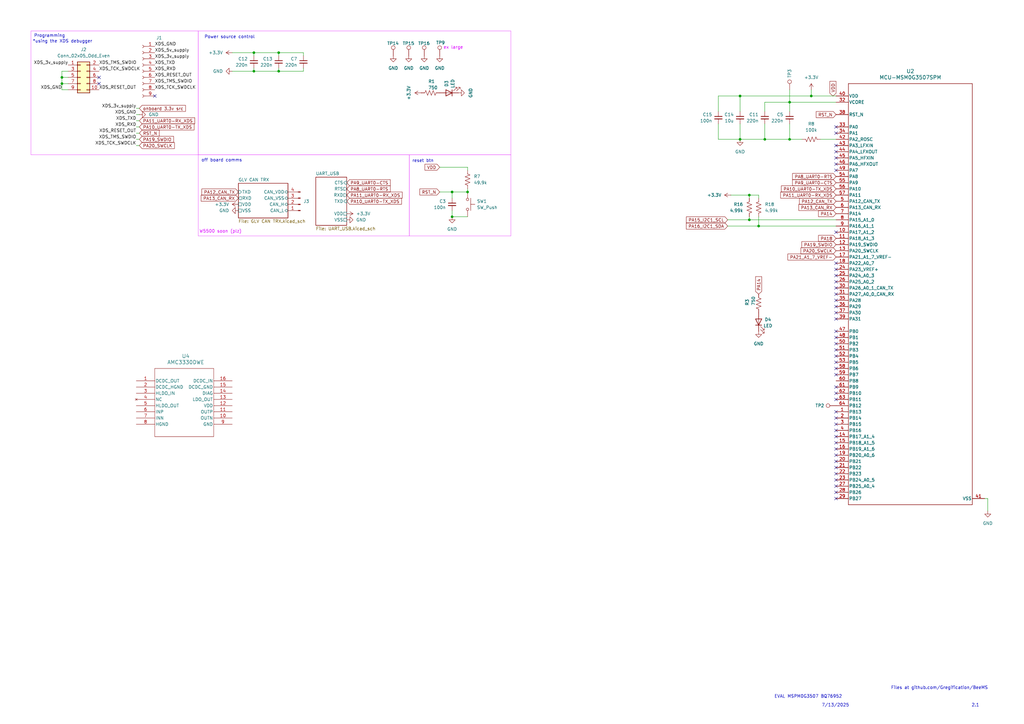
<source format=kicad_sch>
(kicad_sch (version 20250114) (generator "eeschema") (generator_version "9.0")
  (paper "A3")
  (lib_symbols
    (symbol "Connector:Conn_01x04_Pin" (pin_names (offset 1.016) (hide yes))
      (property "Reference" "J" (at 0 5.08 0))
      (property "Value" "Conn_01x04_Pin" (at 0 -7.62 0))
      (symbol "Conn_01x04_Pin_1_1"
        (rectangle (start 0.8636 2.667) (end 0 2.413) (stroke (width 0.1524)) (fill (type outline)))
        (rectangle (start 0.8636 0.127) (end 0 -0.127) (stroke (width 0.1524)) (fill (type outline)))
        (rectangle (start 0.8636 -2.413) (end 0 -2.667) (stroke (width 0.1524)) (fill (type outline)))
        (rectangle (start 0.8636 -4.953) (end 0 -5.207) (stroke (width 0.1524)) (fill (type outline)))
        (polyline (pts (xy 1.27 2.54) (xy 0.8636 2.54)) (stroke (width 0.1524)))
        (polyline (pts (xy 1.27 0) (xy 0.8636 0)) (stroke (width 0.1524)))
        (polyline (pts (xy 1.27 -2.54) (xy 0.8636 -2.54)) (stroke (width 0.1524)))
        (polyline (pts (xy 1.27 -5.08) (xy 0.8636 -5.08)) (stroke (width 0.1524)))
        (pin passive line (at 5.08 2.54 180) (length 3.81) (name "Pin_1") (number "1"))
        (pin passive line (at 5.08 0 180) (length 3.81) (name "Pin_2") (number "2"))
        (pin passive line (at 5.08 -2.54 180) (length 3.81) (name "Pin_3") (number "3"))
        (pin passive line (at 5.08 -5.08 180) (length 3.81) (name "Pin_4") (number "4"))
      )
    )
    (symbol "Connector:Conn_01x09_Socket" (pin_names (offset 1.016) (hide yes))
      (property "Reference" "J" (at 0 12.7 0))
      (property "Value" "Conn_01x09_Socket" (at 0 -12.7 0))
      (symbol "Conn_01x09_Socket_1_1"
        (polyline (pts (xy -1.27 10.16) (xy -0.508 10.16)) (stroke (width 0.1524)))
        (polyline (pts (xy -1.27 7.62) (xy -0.508 7.62)) (stroke (width 0.1524)))
        (polyline (pts (xy -1.27 5.08) (xy -0.508 5.08)) (stroke (width 0.1524)))
        (polyline (pts (xy -1.27 2.54) (xy -0.508 2.54)) (stroke (width 0.1524)))
        (polyline (pts (xy -1.27 0) (xy -0.508 0)) (stroke (width 0.1524)))
        (polyline (pts (xy -1.27 -2.54) (xy -0.508 -2.54)) (stroke (width 0.1524)))
        (polyline (pts (xy -1.27 -5.08) (xy -0.508 -5.08)) (stroke (width 0.1524)))
        (polyline (pts (xy -1.27 -7.62) (xy -0.508 -7.62)) (stroke (width 0.1524)))
        (polyline (pts (xy -1.27 -10.16) (xy -0.508 -10.16)) (stroke (width 0.1524)))
        (arc (start 0 9.652) (mid -0.5058 10.16) (end 0 10.668) (stroke (width 0.1524)))
        (arc (start 0 7.112) (mid -0.5058 7.62) (end 0 8.128) (stroke (width 0.1524)))
        (arc (start 0 4.572) (mid -0.5058 5.08) (end 0 5.588) (stroke (width 0.1524)))
        (arc (start 0 2.032) (mid -0.5058 2.54) (end 0 3.048) (stroke (width 0.1524)))
        (arc (start 0 -0.508) (mid -0.5058 0) (end 0 0.508) (stroke (width 0.1524)))
        (arc (start 0 -3.048) (mid -0.5058 -2.54) (end 0 -2.032) (stroke (width 0.1524)))
        (arc (start 0 -5.588) (mid -0.5058 -5.08) (end 0 -4.572) (stroke (width 0.1524)))
        (arc (start 0 -8.128) (mid -0.5058 -7.62) (end 0 -7.112) (stroke (width 0.1524)))
        (arc (start 0 -10.668) (mid -0.5058 -10.16) (end 0 -9.652) (stroke (width 0.1524)))
        (pin passive line (at -5.08 10.16 0) (length 3.81) (name "Pin_1") (number "1"))
        (pin passive line (at -5.08 7.62 0) (length 3.81) (name "Pin_2") (number "2"))
        (pin passive line (at -5.08 5.08 0) (length 3.81) (name "Pin_3") (number "3"))
        (pin passive line (at -5.08 2.54 0) (length 3.81) (name "Pin_4") (number "4"))
        (pin passive line (at -5.08 0 0) (length 3.81) (name "Pin_5") (number "5"))
        (pin passive line (at -5.08 -2.54 0) (length 3.81) (name "Pin_6") (number "6"))
        (pin passive line (at -5.08 -5.08 0) (length 3.81) (name "Pin_7") (number "7"))
        (pin passive line (at -5.08 -7.62 0) (length 3.81) (name "Pin_8") (number "8"))
        (pin passive line (at -5.08 -10.16 0) (length 3.81) (name "Pin_9") (number "9"))
      )
    )
    (symbol "Connector:TestPoint" (pin_numbers (hide yes)) (pin_names (offset 0.762) (hide yes))
      (property "Reference" "TP" (at 0 6.858 0))
      (property "Value" "TestPoint" (at 0 5.08 0))
      (symbol "TestPoint_0_1"
        (circle (center 0 3.302) (radius 0.762))
      )
      (symbol "TestPoint_1_1"
        (pin passive line (at 0 0 90) (length 2.54) (name "1") (number "1"))
      )
    )
    (symbol "Connector_Generic:Conn_02x05_Odd_Even" (pin_names (offset 1.016) (hide yes))
      (property "Reference" "J" (at 1.27 7.62 0))
      (property "Value" "Conn_02x05_Odd_Even" (at 1.27 -7.62 0))
      (symbol "Conn_02x05_Odd_Even_1_1"
        (rectangle (start -1.27 6.35) (end 3.81 -6.35) (stroke (width 0.254)) (fill (type background)))
        (rectangle (start -1.27 5.207) (end 0 4.953) (stroke (width 0.1524)))
        (rectangle (start -1.27 2.667) (end 0 2.413) (stroke (width 0.1524)))
        (rectangle (start -1.27 0.127) (end 0 -0.127) (stroke (width 0.1524)))
        (rectangle (start -1.27 -2.413) (end 0 -2.667) (stroke (width 0.1524)))
        (rectangle (start -1.27 -4.953) (end 0 -5.207) (stroke (width 0.1524)))
        (rectangle (start 3.81 5.207) (end 2.54 4.953) (stroke (width 0.1524)))
        (rectangle (start 3.81 2.667) (end 2.54 2.413) (stroke (width 0.1524)))
        (rectangle (start 3.81 0.127) (end 2.54 -0.127) (stroke (width 0.1524)))
        (rectangle (start 3.81 -2.413) (end 2.54 -2.667) (stroke (width 0.1524)))
        (rectangle (start 3.81 -4.953) (end 2.54 -5.207) (stroke (width 0.1524)))
        (pin passive line (at -5.08 5.08 0) (length 3.81) (name "Pin_1") (number "1"))
        (pin passive line (at -5.08 2.54 0) (length 3.81) (name "Pin_3") (number "3"))
        (pin passive line (at -5.08 0 0) (length 3.81) (name "Pin_5") (number "5"))
        (pin passive line (at -5.08 -2.54 0) (length 3.81) (name "Pin_7") (number "7"))
        (pin passive line (at -5.08 -5.08 0) (length 3.81) (name "Pin_9") (number "9"))
        (pin passive line (at 7.62 5.08 180) (length 3.81) (name "Pin_2") (number "2"))
        (pin passive line (at 7.62 2.54 180) (length 3.81) (name "Pin_4") (number "4"))
        (pin passive line (at 7.62 0 180) (length 3.81) (name "Pin_6") (number "6"))
        (pin passive line (at 7.62 -2.54 180) (length 3.81) (name "Pin_8") (number "8"))
        (pin passive line (at 7.62 -5.08 180) (length 3.81) (name "Pin_10") (number "10"))
      )
    )
    (symbol "Device:C_Small" (pin_numbers (hide yes)) (pin_names (offset 0.254) (hide yes))
      (property "Reference" "C" (at 0.254 1.778 0))
      (property "Value" "C_Small" (at 0.254 -2.032 0))
      (symbol "C_Small_0_1"
        (polyline (pts (xy -1.524 0.508) (xy 1.524 0.508)) (stroke (width 0.3048)))
        (polyline (pts (xy -1.524 -0.508) (xy 1.524 -0.508)) (stroke (width 0.3302)))
      )
      (symbol "C_Small_1_1"
        (pin passive line (at 0 2.54 270) (length 2.032) (name "~") (number "1"))
        (pin passive line (at 0 -2.54 90) (length 2.032) (name "~") (number "2"))
      )
    )
    (symbol "Device:LED" (pin_numbers (hide yes)) (pin_names (offset 1.016) (hide yes))
      (property "Reference" "D" (at 0 2.54 0))
      (property "Value" "LED" (at 0 -2.54 0))
      (symbol "LED_0_1"
        (polyline (pts (xy -3.048 -0.762) (xy -4.572 -2.286) (xy -3.81 -2.286) (xy -4.572 -2.286) (xy -4.572 -1.524)))
        (polyline (pts (xy -1.778 -0.762) (xy -3.302 -2.286) (xy -2.54 -2.286) (xy -3.302 -2.286) (xy -3.302 -1.524)))
        (polyline (pts (xy -1.27 0) (xy 1.27 0)))
        (polyline (pts (xy -1.27 -1.27) (xy -1.27 1.27)) (stroke (width 0.254)))
        (polyline (pts (xy 1.27 -1.27) (xy 1.27 1.27) (xy -1.27 0) (xy 1.27 -1.27)) (stroke (width 0.254)))
      )
      (symbol "LED_1_1"
        (pin passive line (at -3.81 0 0) (length 2.54) (name "K") (number "1"))
        (pin passive line (at 3.81 0 180) (length 2.54) (name "A") (number "2"))
      )
    )
    (symbol "Device:R_US" (pin_numbers (hide yes)) (pin_names (offset 0))
      (property "Reference" "R" (at 2.54 0 90))
      (property "Value" "R_US" (at -2.54 0 90))
      (symbol "R_US_0_1"
        (polyline (pts (xy 0 2.286) (xy 0 2.54)))
        (polyline (pts (xy 0 2.286) (xy 1.016 1.905) (xy 0 1.524) (xy -1.016 1.143) (xy 0 0.762)))
        (polyline (pts (xy 0 0.762) (xy 1.016 0.381) (xy 0 0) (xy -1.016 -0.381) (xy 0 -0.762)))
        (polyline (pts (xy 0 -0.762) (xy 1.016 -1.143) (xy 0 -1.524) (xy -1.016 -1.905) (xy 0 -2.286)))
        (polyline (pts (xy 0 -2.286) (xy 0 -2.54)))
      )
      (symbol "R_US_1_1"
        (pin passive line (at 0 3.81 270) (length 1.27) (name "~") (number "1"))
        (pin passive line (at 0 -3.81 90) (length 1.27) (name "~") (number "2"))
      )
    )
    (symbol "Switch:SW_Push" (pin_numbers (hide yes)) (pin_names (offset 1.016) (hide yes))
      (property "Reference" "SW" (at 1.27 2.54 0))
      (property "Value" "SW_Push" (at 0 -1.524 0))
      (symbol "SW_Push_0_1"
        (circle (center -2.032 0) (radius 0.508))
        (polyline (pts (xy 0 1.27) (xy 0 3.048)))
        (circle (center 2.032 0) (radius 0.508))
        (polyline (pts (xy 2.54 1.27) (xy -2.54 1.27)))
        (pin passive line (at -5.08 0 0) (length 2.54) (name "1") (number "1"))
        (pin passive line (at 5.08 0 180) (length 2.54) (name "2") (number "2"))
      )
    )
    (symbol "power:+3.3V" (power) (pin_numbers (hide yes)) (pin_names (offset 0) (hide yes))
      (property "Value" "+3.3V" (at 0 3.556 0))
      (symbol "+3.3V_0_1"
        (polyline (pts (xy -0.762 1.27) (xy 0 2.54)))
        (polyline (pts (xy 0 2.54) (xy 0.762 1.27)))
        (polyline (pts (xy 0 0) (xy 0 2.54)))
      )
      (symbol "+3.3V_1_1"
        (pin power_in line (at 0 0 90) (length 0) (name "~") (number "1"))
      )
    )
    (symbol "power:GND" (power) (pin_numbers (hide yes)) (pin_names (offset 0) (hide yes))
      (property "Value" "GND" (at 0 -3.81 0))
      (symbol "GND_0_1"
        (polyline (pts (xy 0 0) (xy 0 -1.27) (xy 1.27 -1.27) (xy 0 -2.54) (xy -1.27 -1.27) (xy 0 -1.27)))
      )
      (symbol "GND_1_1"
        (pin power_in line (at 0 0 270) (length 0) (name "~") (number "1"))
      )
    )
    (symbol "zzLocalLibrary:AMC3330DWE" (pin_names (offset 0.254))
      (property "Reference" "U" (at 19.812 10.16 0))
      (property "Value" "AMC3330DWE" (at 19.812 7.62 0))
      (symbol "AMC3330DWE_0_1"
        (polyline (pts (xy 7.62 5.08) (xy 7.62 -22.86)) (stroke (width 0.127)))
        (polyline (pts (xy 7.62 5.08) (xy 31.75 5.08)))
        (polyline (pts (xy 31.75 -22.86) (xy 7.62 -22.86)))
        (polyline (pts (xy 31.75 -22.86) (xy 31.75 5.08)) (stroke (width 0.127)))
        (pin output line (at 0 0 0) (length 7.62) (name "DCDC_OUT") (number "1"))
        (pin power_out line (at 0 -2.54 0) (length 7.62) (name "DCDC_HGND") (number "2"))
        (pin unspecified line (at 0 -5.08 0) (length 7.62) (name "HLDO_IN") (number "3"))
        (pin no_connect line (at 0 -7.62 0) (length 7.62) (name "NC") (number "4"))
        (pin output line (at 0 -10.16 0) (length 7.62) (name "HLDO_OUT") (number "5"))
        (pin input line (at 0 -12.7 0) (length 7.62) (name "INP") (number "6"))
        (pin input line (at 0 -15.24 0) (length 7.62) (name "INN") (number "7"))
        (pin power_out line (at 0 -17.78 0) (length 7.62) (name "HGND") (number "8"))
        (pin unspecified line (at 39.37 0 180) (length 7.62) (name "DCDC_IN") (number "16"))
        (pin power_out line (at 39.37 -2.54 180) (length 7.62) (name "DCDC_GND") (number "15"))
        (pin unspecified line (at 39.37 -5.08 180) (length 7.62) (name "DIAG") (number "14"))
        (pin output line (at 39.37 -7.62 180) (length 7.62) (name "LDO_OUT") (number "13"))
        (pin power_in line (at 39.37 -10.16 180) (length 7.62) (name "VDD") (number "12"))
        (pin output line (at 39.37 -12.7 180) (length 7.62) (name "OUTP") (number "11"))
        (pin output line (at 39.37 -15.24 180) (length 7.62) (name "OUTN") (number "10"))
        (pin power_out line (at 39.37 -17.78 180) (length 7.62) (name "GND") (number "9"))
      )
    )
    (symbol "zzLocalLibrary:MCU-MSM0G3507SPM" (pin_names (offset 0.254))
      (property "Reference" "U" (at 0 2.54 0))
      (property "Value" "MCU-MSM0G3507SPM" (at 0 0 0))
      (symbol "MCU-MSM0G3507SPM_0_1"
        (polyline (pts (xy 5.08 5.08) (xy 5.08 -167.64)) (stroke (width 0.2032)))
        (polyline (pts (xy 5.08 -167.64) (xy 55.88 -167.64)) (stroke (width 0.2032)))
        (polyline (pts (xy 55.88 5.08) (xy 5.08 5.08)) (stroke (width 0.2032)))
        (polyline (pts (xy 55.88 -167.64) (xy 55.88 5.08)) (stroke (width 0.2032)))
        (pin power_in line (at 0 0 0) (length 5.08) (name "VDD") (number "40"))
        (pin power_in line (at 0 -2.54 0) (length 5.08) (name "VCORE") (number "32"))
        (pin input line (at 0 -7.62 0) (length 5.08) (name "RST_N") (number "38"))
        (pin bidirectional line (at 0 -12.7 0) (length 5.08) (name "PA0") (number "33"))
        (pin bidirectional line (at 0 -15.24 0) (length 5.08) (name "PA1") (number "34"))
        (pin bidirectional line (at 0 -17.78 0) (length 5.08) (name "PA2_ROSC") (number "42"))
        (pin bidirectional line (at 0 -20.32 0) (length 5.08) (name "PA3_LFXIN") (number "43"))
        (pin bidirectional line (at 0 -22.86 0) (length 5.08) (name "PA4_LFXOUT") (number "44"))
        (pin bidirectional line (at 0 -25.4 0) (length 5.08) (name "PA5_HFXIN") (number "45"))
        (pin bidirectional line (at 0 -27.94 0) (length 5.08) (name "PA6_HFXOUT") (number "46"))
        (pin bidirectional line (at 0 -30.48 0) (length 5.08) (name "PA7") (number "49"))
        (pin bidirectional line (at 0 -33.02 0) (length 5.08) (name "PA8") (number "54"))
        (pin bidirectional line (at 0 -35.56 0) (length 5.08) (name "PA9") (number "55"))
        (pin bidirectional line (at 0 -38.1 0) (length 5.08) (name "PA10") (number "56"))
        (pin bidirectional line (at 0 -40.64 0) (length 5.08) (name "PA11") (number "57"))
        (pin bidirectional line (at 0 -43.18 0) (length 5.08) (name "PA12_CAN_TX") (number "5"))
        (pin bidirectional line (at 0 -45.72 0) (length 5.08) (name "PA13_CAN_RX") (number "6"))
        (pin bidirectional line (at 0 -48.26 0) (length 5.08) (name "PA14") (number "7"))
        (pin bidirectional line (at 0 -50.8 0) (length 5.08) (name "PA15_A1_0") (number "8"))
        (pin bidirectional line (at 0 -53.34 0) (length 5.08) (name "PA16_A1_1") (number "9"))
        (pin bidirectional line (at 0 -55.88 0) (length 5.08) (name "PA17_A1_2") (number "10"))
        (pin bidirectional line (at 0 -58.42 0) (length 5.08) (name "PA18_A1_3") (number "11"))
        (pin bidirectional line (at 0 -60.96 0) (length 5.08) (name "PA19_SWDIO") (number "12"))
        (pin bidirectional line (at 0 -63.5 0) (length 5.08) (name "PA20_SWCLK") (number "13"))
        (pin bidirectional line (at 0 -66.04 0) (length 5.08) (name "PA21_A1_7_VREF-") (number "17"))
        (pin bidirectional line (at 0 -68.58 0) (length 5.08) (name "PA22_A0_7") (number "18"))
        (pin bidirectional line (at 0 -71.12 0) (length 5.08) (name "PA23_VREF+") (number "24"))
        (pin bidirectional line (at 0 -73.66 0) (length 5.08) (name "PA24_A0_3") (number "25"))
        (pin bidirectional line (at 0 -76.2 0) (length 5.08) (name "PA25_A0_2") (number "26"))
        (pin bidirectional line (at 0 -78.74 0) (length 5.08) (name "PA26_A0_1_CAN_TX") (number "30"))
        (pin bidirectional line (at 0 -81.28 0) (length 5.08) (name "PA27_A0_0_CAN_RX") (number "31"))
        (pin bidirectional line (at 0 -83.82 0) (length 5.08) (name "PA28") (number "35"))
        (pin bidirectional line (at 0 -86.36 0) (length 5.08) (name "PA29") (number "36"))
        (pin bidirectional line (at 0 -88.9 0) (length 5.08) (name "PA30") (number "37"))
        (pin bidirectional line (at 0 -91.44 0) (length 5.08) (name "PA31") (number "39"))
        (pin bidirectional line (at 0 -96.52 0) (length 5.08) (name "PB0") (number "47"))
        (pin bidirectional line (at 0 -99.06 0) (length 5.08) (name "PB1") (number "48"))
        (pin bidirectional line (at 0 -101.6 0) (length 5.08) (name "PB2") (number "50"))
        (pin bidirectional line (at 0 -104.14 0) (length 5.08) (name "PB3") (number "51"))
        (pin bidirectional line (at 0 -106.68 0) (length 5.08) (name "PB4") (number "52"))
        (pin bidirectional line (at 0 -109.22 0) (length 5.08) (name "PB5") (number "53"))
        (pin bidirectional line (at 0 -111.76 0) (length 5.08) (name "PB6") (number "58"))
        (pin bidirectional line (at 0 -114.3 0) (length 5.08) (name "PB7") (number "59"))
        (pin bidirectional line (at 0 -116.84 0) (length 5.08) (name "PB8") (number "60"))
        (pin bidirectional line (at 0 -119.38 0) (length 5.08) (name "PB9") (number "61"))
        (pin bidirectional line (at 0 -121.92 0) (length 5.08) (name "PB10") (number "62"))
        (pin bidirectional line (at 0 -124.46 0) (length 5.08) (name "PB11") (number "63"))
        (pin bidirectional line (at 0 -127 0) (length 5.08) (name "PB12") (number "64"))
        (pin bidirectional line (at 0 -129.54 0) (length 5.08) (name "PB13") (number "1"))
        (pin bidirectional line (at 0 -132.08 0) (length 5.08) (name "PB14") (number "2"))
        (pin bidirectional line (at 0 -134.62 0) (length 5.08) (name "PB15") (number "3"))
        (pin bidirectional line (at 0 -137.16 0) (length 5.08) (name "PB16") (number "4"))
        (pin bidirectional line (at 0 -139.7 0) (length 5.08) (name "PB17_A1_4") (number "14"))
        (pin bidirectional line (at 0 -142.24 0) (length 5.08) (name "PB18_A1_5") (number "15"))
        (pin bidirectional line (at 0 -144.78 0) (length 5.08) (name "PB19_A1_6") (number "16"))
        (pin bidirectional line (at 0 -147.32 0) (length 5.08) (name "PB20_A0_6") (number "19"))
        (pin bidirectional line (at 0 -149.86 0) (length 5.08) (name "PB21") (number "20"))
        (pin bidirectional line (at 0 -152.4 0) (length 5.08) (name "PB22") (number "21"))
        (pin bidirectional line (at 0 -154.94 0) (length 5.08) (name "PB23") (number "22"))
        (pin bidirectional line (at 0 -157.48 0) (length 5.08) (name "PB24_A0_5") (number "23"))
        (pin bidirectional line (at 0 -160.02 0) (length 5.08) (name "PB25_A0_4") (number "27"))
        (pin bidirectional line (at 0 -162.56 0) (length 5.08) (name "PB26") (number "28"))
        (pin bidirectional line (at 0 -165.1 0) (length 5.08) (name "PB27") (number "29"))
        (pin power_in line (at 60.96 -165.1 180) (length 5.08) (name "VSS") (number "41"))
      )
    )
  )
  (rectangle (start 81.28 63.5) (end 167.894 96.774) (stroke (width 0) (color 234 84 255 1)))
  (rectangle (start 81.28 12.7) (end 209.55 63.5) (stroke (width 0) (color 234 84 255 1)))
  (rectangle (start 167.894 63.5) (end 209.55 96.774) (stroke (width 0) (color 234 84 255 1)))
  (rectangle (start 12.7 12.7) (end 81.28 63.5) (stroke (width 0) (color 234 84 255 1)))
  (text "*using the XDS debugger" (at 25.654 17.018 0) (effects (font (size 1.27 1.27))))
  (text "W5500 soon (plz)" (at 90.424 94.996 0) (effects (font (size 1.27 1.27))))
  (text "EVAL MSPM0G3507 BQ76952" (at 331.47 285.75 0) (effects (font (size 1.27 1.27))))
  (text "Programming" (at 20.32 14.732 0) (effects (font (size 1.27 1.27))))
  (text "Power source control" (at 83.82 15.24 0) (effects (font (size 1.27 1.27)) (justify left)))
  (text "reset btn" (at 173.482 66.04 0) (effects (font (size 1.27 1.27))))
  (text "ex large" (at 185.928 19.558 0) (effects (font (size 1.27 1.27))))
  (text "off board comms\n" (at 82.55 65.786 0) (effects (font (size 1.27 1.27)) (justify left)))
  (text "2.1" (at 400.05 289.306 0) (effects (font (size 1.27 1.27))))
  (text "7/13/2025" (at 342.646 289.306 0) (effects (font (size 1.27 1.27))))
  (text "Files at github.com/Gregification/BeeMS" (at 385.318 282.194 0) (effects (font (size 1.27 1.27))))
  (junction (at 185.42 88.9))
  (junction (at 307.34 90.17))
  (junction (at 104.14 21.59))
  (junction (at 323.85 41.91))
  (junction (at 303.53 39.37))
  (junction (at 191.77 78.74))
  (junction (at 332.74 39.37))
  (junction (at 104.14 29.21))
  (junction (at 114.3 29.21))
  (junction (at 25.4 34.29))
  (junction (at 313.69 57.15))
  (junction (at 185.42 78.74))
  (junction (at 307.34 80.01))
  (junction (at 323.85 57.15))
  (junction (at 303.53 57.15))
  (junction (at 114.3 21.59))
  (junction (at 25.4 31.75))
  (junction (at 311.15 92.71))
  (no_connect (at 342.9 148.59))
  (no_connect (at 342.9 110.49))
  (no_connect (at 342.9 199.39))
  (no_connect (at 40.64 31.75))
  (no_connect (at 342.9 125.73))
  (no_connect (at 342.9 69.85))
  (no_connect (at 342.9 168.91))
  (no_connect (at 342.9 161.29))
  (no_connect (at 342.9 130.81))
  (no_connect (at 342.9 179.07))
  (no_connect (at 342.9 67.31))
  (no_connect (at 342.9 115.57))
  (no_connect (at 342.9 184.15))
  (no_connect (at 342.9 62.23))
  (no_connect (at 63.5 39.37))
  (no_connect (at 40.64 34.29))
  (no_connect (at 342.9 189.23))
  (no_connect (at 342.9 113.03))
  (no_connect (at 342.9 163.83))
  (no_connect (at 342.9 64.77))
  (no_connect (at 342.9 151.13))
  (no_connect (at 342.9 59.69))
  (no_connect (at 342.9 128.27))
  (no_connect (at 342.9 204.47))
  (no_connect (at 342.9 146.05))
  (no_connect (at 342.9 54.61))
  (no_connect (at 342.9 201.93))
  (no_connect (at 342.9 191.77))
  (no_connect (at 342.9 194.31))
  (no_connect (at 342.9 176.53))
  (no_connect (at 342.9 52.07))
  (no_connect (at 342.9 140.97))
  (no_connect (at 342.9 173.99))
  (no_connect (at 342.9 123.19))
  (no_connect (at 342.9 153.67))
  (no_connect (at 342.9 95.25))
  (no_connect (at 342.9 181.61))
  (no_connect (at 342.9 118.11))
  (no_connect (at 342.9 143.51))
  (no_connect (at 342.9 135.89))
  (no_connect (at 342.9 158.75))
  (no_connect (at 342.9 171.45))
  (no_connect (at 342.9 196.85))
  (no_connect (at 342.9 120.65))
  (no_connect (at 342.9 186.69))
  (no_connect (at 342.9 107.95))
  (no_connect (at 342.9 138.43))
  (wire (pts (xy 55.88 54.61) (xy 57.15 54.61)))
  (wire (pts (xy 311.15 92.71) (xy 342.9 92.71)))
  (wire (pts (xy 95.25 29.21) (xy 104.14 29.21)))
  (wire (pts (xy 323.85 41.91) (xy 342.9 41.91)))
  (wire (pts (xy 313.69 57.15) (xy 323.85 57.15)))
  (wire (pts (xy 294.64 39.37) (xy 303.53 39.37)))
  (wire (pts (xy 25.4 29.21) (xy 25.4 31.75)))
  (wire (pts (xy 307.34 80.01) (xy 307.34 81.28)))
  (wire (pts (xy 313.69 41.91) (xy 323.85 41.91)))
  (wire (pts (xy 299.72 80.01) (xy 307.34 80.01)))
  (wire (pts (xy 25.4 31.75) (xy 27.94 31.75)))
  (wire (pts (xy 323.85 57.15) (xy 328.93 57.15)))
  (wire (pts (xy 303.53 57.15) (xy 313.69 57.15)))
  (wire (pts (xy 313.69 57.15) (xy 313.69 50.8)))
  (wire (pts (xy 114.3 29.21) (xy 124.46 29.21)))
  (wire (pts (xy 25.4 36.83) (xy 27.94 36.83)))
  (wire (pts (xy 114.3 21.59) (xy 104.14 21.59)))
  (wire (pts (xy 311.15 88.9) (xy 311.15 92.71)))
  (wire (pts (xy 298.45 90.17) (xy 307.34 90.17)))
  (wire (pts (xy 55.88 46.99) (xy 57.15 46.99)))
  (wire (pts (xy 185.42 88.9) (xy 185.42 86.36)))
  (wire (pts (xy 294.64 50.8) (xy 294.64 57.15)))
  (wire (pts (xy 114.3 29.21) (xy 114.3 27.94)))
  (wire (pts (xy 114.3 22.86) (xy 114.3 21.59)))
  (wire (pts (xy 332.74 39.37) (xy 342.9 39.37)))
  (wire (pts (xy 311.15 80.01) (xy 311.15 81.28)))
  (wire (pts (xy 191.77 78.74) (xy 191.77 77.47)))
  (wire (pts (xy 104.14 29.21) (xy 114.3 29.21)))
  (wire (pts (xy 25.4 36.83) (xy 25.4 34.29)))
  (wire (pts (xy 124.46 22.86) (xy 124.46 21.59)))
  (wire (pts (xy 25.4 29.21) (xy 27.94 29.21)))
  (wire (pts (xy 104.14 21.59) (xy 104.14 22.86)))
  (wire (pts (xy 55.88 49.53) (xy 57.15 49.53)))
  (wire (pts (xy 25.4 34.29) (xy 25.4 31.75)))
  (wire (pts (xy 180.34 78.74) (xy 185.42 78.74)))
  (wire (pts (xy 323.85 41.91) (xy 323.85 45.72)))
  (wire (pts (xy 55.88 52.07) (xy 57.15 52.07)))
  (wire (pts (xy 303.53 39.37) (xy 332.74 39.37)))
  (wire (pts (xy 307.34 80.01) (xy 311.15 80.01)))
  (wire (pts (xy 185.42 78.74) (xy 185.42 81.28)))
  (wire (pts (xy 405.13 204.47) (xy 403.86 204.47)))
  (wire (pts (xy 124.46 21.59) (xy 114.3 21.59)))
  (wire (pts (xy 336.55 57.15) (xy 342.9 57.15)))
  (wire (pts (xy 307.34 90.17) (xy 342.9 90.17)))
  (wire (pts (xy 298.45 92.71) (xy 311.15 92.71)))
  (wire (pts (xy 191.77 69.85) (xy 191.77 68.58)))
  (wire (pts (xy 55.88 59.69) (xy 57.15 59.69)))
  (wire (pts (xy 104.14 27.94) (xy 104.14 29.21)))
  (wire (pts (xy 294.64 39.37) (xy 294.64 45.72)))
  (wire (pts (xy 332.74 36.83) (xy 332.74 39.37)))
  (wire (pts (xy 185.42 78.74) (xy 191.77 78.74)))
  (wire (pts (xy 55.88 44.45) (xy 57.15 44.45)))
  (wire (pts (xy 25.4 34.29) (xy 27.94 34.29)))
  (wire (pts (xy 191.77 88.9) (xy 185.42 88.9)))
  (wire (pts (xy 307.34 88.9) (xy 307.34 90.17)))
  (wire (pts (xy 405.13 209.55) (xy 405.13 204.47)))
  (wire (pts (xy 124.46 29.21) (xy 124.46 27.94)))
  (wire (pts (xy 95.25 21.59) (xy 104.14 21.59)))
  (wire (pts (xy 323.85 50.8) (xy 323.85 57.15)))
  (wire (pts (xy 55.88 57.15) (xy 57.15 57.15)))
  (wire (pts (xy 313.69 41.91) (xy 313.69 45.72)))
  (wire (pts (xy 180.34 68.58) (xy 191.77 68.58)))
  (wire (pts (xy 303.53 50.8) (xy 303.53 57.15)))
  (wire (pts (xy 294.64 57.15) (xy 303.53 57.15)))
  (wire (pts (xy 303.53 39.37) (xy 303.53 45.72)))
  (wire (pts (xy 323.85 36.83) (xy 323.85 41.91)))
  (label "XDS_3v_supply" (at 55.88 44.45 180))
  (label "XDS_RESET_OUT" (at 55.88 54.61 180))
  (label "XDS_3v_supply" (at 63.5 24.13 0))
  (label "XDS_5v_supply" (at 63.5 21.59 0))
  (label "XDS_GND" (at 55.88 46.99 180))
  (label "XDS_3v_supply" (at 27.94 26.67 180))
  (label "XDS_TMS_SWDIO" (at 55.88 57.15 180))
  (label "XDS_TMS_SWDIO" (at 63.5 34.29 0))
  (label "XDS_TCK_SWDCLK" (at 40.64 29.21 0))
  (label "XDS_RESET_OUT" (at 63.5 31.75 0))
  (label "XDS_GND" (at 63.5 19.05 0))
  (label "XDS_TXD" (at 63.5 26.67 0))
  (label "XDS_RESET_OUT" (at 40.64 36.83 0))
  (label "XDS_RXD" (at 63.5 29.21 0))
  (label "XDS_TXD" (at 55.88 49.53 180))
  (label "XDS_TCK_SWDCLK" (at 63.5 36.83 0))
  (label "XDS_RXD" (at 55.88 52.07 180))
  (label "XDS_GND" (at 25.4 36.83 180))
  (label "XDS_TMS_SWDIO" (at 40.64 26.67 0))
  (label "XDS_TCK_SWDCLK" (at 55.88 59.69 180))
  (global_label "RST_N" (shape input) (at 57.15 54.61 0) (property "Intersheetrefs" "${INTERSHEET_REFS}" (effects (hide yes))))
  (global_label "VDD" (shape input) (at 341.63 39.37 90) (property "Intersheetrefs" "${INTERSHEET_REFS}" (effects (hide yes))))
  (global_label "PA12_CAN_TX" (shape input) (at 342.9 82.55 180) (property "Intersheetrefs" "${INTERSHEET_REFS}" (effects (hide yes))))
  (global_label "RST_N" (shape input) (at 180.34 78.74 180) (property "Intersheetrefs" "${INTERSHEET_REFS}" (effects (hide yes))))
  (global_label "PA8_UART0-RTS" (shape input) (at 342.9 72.39 180) (property "Intersheetrefs" "${INTERSHEET_REFS}" (effects (hide yes))))
  (global_label "VDD" (shape input) (at 180.34 68.58 180) (property "Intersheetrefs" "${INTERSHEET_REFS}" (effects (hide yes))))
  (global_label "PA20_SWCLK" (shape input) (at 57.15 59.69 0) (property "Intersheetrefs" "${INTERSHEET_REFS}" (effects (hide yes))))
  (global_label "PA12_CAN_TX" (shape input) (at 97.79 78.74 180) (property "Intersheetrefs" "${INTERSHEET_REFS}" (effects (hide yes))))
  (global_label "PA21_A1_7_VREF-" (shape input) (at 342.9 105.41 180) (property "Intersheetrefs" "${INTERSHEET_REFS}" (effects (hide yes))))
  (global_label "PA9_UART0-CTS" (shape input) (at 342.9 74.93 180) (property "Intersheetrefs" "${INTERSHEET_REFS}" (effects (hide yes))))
  (global_label "PA10_UART0-TX_XDS" (shape input) (at 57.15 52.07 0) (property "Intersheetrefs" "${INTERSHEET_REFS}" (effects (hide yes))))
  (global_label "PA9_UART0-CTS" (shape input) (at 142.24 74.93 0) (property "Intersheetrefs" "${INTERSHEET_REFS}" (effects (hide yes))))
  (global_label "PA19_SWDIO" (shape input) (at 57.15 57.15 0) (property "Intersheetrefs" "${INTERSHEET_REFS}" (effects (hide yes))))
  (global_label "onboard 3.3v src" (shape input) (at 57.15 44.45 0) (property "Intersheetrefs" "${INTERSHEET_REFS}" (effects (hide yes))))
  (global_label "PA19_SWDIO" (shape input) (at 342.9 100.33 180) (property "Intersheetrefs" "${INTERSHEET_REFS}" (effects (hide yes))))
  (global_label "PA11_UART0-RX_XDS" (shape input) (at 142.24 80.01 0) (property "Intersheetrefs" "${INTERSHEET_REFS}" (effects (hide yes))))
  (global_label "PA14" (shape input) (at 342.9 87.63 180) (property "Intersheetrefs" "${INTERSHEET_REFS}" (effects (hide yes))))
  (global_label "PA11_UART0-RX_XDS" (shape input) (at 57.15 49.53 0) (property "Intersheetrefs" "${INTERSHEET_REFS}" (effects (hide yes))))
  (global_label "PA20_SWCLK" (shape input) (at 342.9 102.87 180) (property "Intersheetrefs" "${INTERSHEET_REFS}" (effects (hide yes))))
  (global_label "PA11_UART0-RX_XDS" (shape input) (at 342.9 80.01 180) (property "Intersheetrefs" "${INTERSHEET_REFS}" (effects (hide yes))))
  (global_label "PA10_UART0-TX_XDS" (shape input) (at 342.9 77.47 180) (property "Intersheetrefs" "${INTERSHEET_REFS}" (effects (hide yes))))
  (global_label "PA14" (shape input) (at 311.15 120.65 90) (property "Intersheetrefs" "${INTERSHEET_REFS}" (effects (hide yes))))
  (global_label "PA16_I2C1_SDA" (shape input) (at 298.45 92.71 180) (property "Intersheetrefs" "${INTERSHEET_REFS}" (effects (hide yes))))
  (global_label "PA8_UART0-RTS" (shape input) (at 142.24 77.47 0) (property "Intersheetrefs" "${INTERSHEET_REFS}" (effects (hide yes))))
  (global_label "PA10_UART0-TX_XDS" (shape input) (at 142.24 82.55 0) (property "Intersheetrefs" "${INTERSHEET_REFS}" (effects (hide yes))))
  (global_label "PA15_I2C1_SCL" (shape input) (at 298.45 90.17 180) (property "Intersheetrefs" "${INTERSHEET_REFS}" (effects (hide yes))))
  (global_label "PA18" (shape input) (at 342.9 97.79 180) (property "Intersheetrefs" "${INTERSHEET_REFS}" (effects (hide yes))))
  (global_label "PA13_CAN_RX" (shape input) (at 342.9 85.09 180) (property "Intersheetrefs" "${INTERSHEET_REFS}" (effects (hide yes))))
  (global_label "PA13_CAN_RX" (shape input) (at 97.79 81.28 180) (property "Intersheetrefs" "${INTERSHEET_REFS}" (effects (hide yes))))
  (global_label "RST_N" (shape input) (at 342.9 46.99 180) (property "Intersheetrefs" "${INTERSHEET_REFS}" (effects (hide yes))))
  (symbol (lib_id "Device:R_US") (at 311.15 85.09 0) (mirror y) (unit 1)
    (property "Reference" "R18" (at 313.69 83.8199 0) (effects (justify right)))
    (property "Value" "4.99k" (at 313.69 86.3599 0) (effects (justify right)))
    (property "Footprint" "Resistor_SMD:R_1206_3216Metric_Pad1.30x1.75mm_HandSolder" (effects (hide yes)))
    (property "Description" "Resistor, US symbol" (effects (hide yes)))
    (property "mouser" "https://www.mouser.com/ProductDetail/SEI-Stackpole/RNCP1206FTD4K99?qs=sGAEpiMZZMvdGkrng054tyMPH50YnZ95yR%2FF2bQQIaAb5UdPiGbTtQ%3D%3D" (effects (hide yes)))
    (property "specs" "4.99kOhm, 200V, 500mW, 1%, 100PPM, -55C, +155C" (effects (hide yes)))
    (property "unit x10" "0.017" (effects (hide yes)))
  )
  (symbol (lib_id "power:GND") (at 187.96 38.1 90) (unit 1)
    (property "Reference" "#PWR09" (effects (hide yes)))
    (property "Value" "GND" (at 193.04 38.1 0))
    (property "Description" "Power symbol creates a global label with name \"GND\" , ground" (effects (hide yes)))
  )
  (symbol (lib_id "power:GND") (at 185.42 88.9 0) (unit 1)
    (property "Reference" "#PWR010" (effects (hide yes)))
    (property "Value" "GND" (at 185.42 93.98 0))
    (property "Description" "Power symbol creates a global label with name \"GND\" , ground" (effects (hide yes)))
  )
  (symbol (lib_id "power:+3.3V") (at 172.72 38.1 90) (unit 1)
    (property "Reference" "#PWR01" (effects (hide yes)))
    (property "Value" "+3.3V" (at 167.64 38.1 0))
    (property "Description" "Power symbol creates a global label with name \"+3.3V\"" (effects (hide yes)))
  )
  (symbol (lib_id "Connector:TestPoint") (at 323.85 36.83 0) (unit 1) (in_bom no)
    (property "Reference" "TP3" (at 323.85 32.004 90) (effects (justify left)))
    (property "Value" "TestPoint" (effects (hide yes)))
    (property "Footprint" "TestPoint:TestPoint_Loop_D2.50mm_Drill1.0mm_LowProfile" (effects (hide yes)))
    (property "Description" "test point" (effects (hide yes)))
  )
  (symbol (lib_id "power:GND") (at 161.29 22.86 0) (unit 1)
    (property "Reference" "#PWR05" (effects (hide yes)))
    (property "Value" "GND" (at 161.29 27.94 0))
    (property "Description" "Power symbol creates a global label with name \"GND\" , ground" (effects (hide yes)))
  )
  (symbol (lib_id "Connector:Conn_01x04_Pin") (at 123.19 83.82 180) (unit 1) (in_bom no)
    (property "Reference" "J3" (at 124.46 82.5501 0) (effects (justify right)))
    (property "Value" "Conn_01x04_Pin" (effects (hide yes)))
    (property "Footprint" "Connector_PinHeader_2.54mm:PinHeader_1x04_P2.54mm_Vertical" (effects (hide yes)))
    (property "Description" "Generic connector, single row, 01x04, script generated" (effects (hide yes)))
    (property "mouser" "https://www.mouser.com/ProductDetail/3M-Electronic-Solutions-Division/929400-01-07-RK?qs=8Li5tweT5mxAnRwvBSG7wg%3D%3D&mgh=1&utm_id=22693461723&utm_source=google&utm_medium=cpc&utm_marketing_tactic=amercorp&gad_source=1&gad_campaignid=22699465430&gclid=Cj0KCQjw0Y3HBhCxARIsAN7931V3Q9lNZD5h4uJjA3G07-TRSv1KPKk1_9nCCKxyCRbpuWAP8GWV0v4aAg3GEALw_wcB" (effects (hide yes)))
  )
  (symbol (lib_id "Switch:SW_Push") (at 191.77 83.82 270) (unit 1)
    (property "Reference" "SW1" (at 195.58 82.5499 90) (effects (justify left)))
    (property "Value" "SW_Push" (at 195.58 85.0899 90) (effects (justify left)))
    (property "Footprint" "Button_Switch_SMD:SW_SPST_PTS645" (effects (hide yes)))
    (property "Datasheet" "https://www.mouser.com/ProductDetail/Soldered/101111?qs=%252BXxaIXUDbq05T1Vr5nLouw%3D%3D" (effects (hide yes)))
    (property "Description" "Push button switch, generic, two pins" (effects (hide yes)))
    (property "mouser" "https://www.mouser.com/ProductDetail/CK/KSC251J-SP-DELTA-LFS?qs=sGAEpiMZZMtFyPk3yBMYYFTocizRX9VpYSHB0QfEbpY%3D" (effects (hide yes)))
    (property "unit x10" "0.532" (effects (hide yes)))
  )
  (symbol (lib_id "Device:LED") (at 311.15 132.08 90) (unit 1)
    (property "Reference" "D4" (at 314.96 131.064 90))
    (property "Value" "LED" (at 314.96 133.604 90))
    (property "Footprint" "LED_SMD:LED_0603_1608Metric" (effects (hide yes)))
    (property "Description" "Amber LED, 5mA, 1.9Vf, 5Vr, 75mW" (effects (hide yes)))
    (property "Sim.Pins" "1=K 2=A" (effects (hide yes)))
    (property "mouser" "https://www.mouser.com/ProductDetail/Inolux/IN-S63AT5A?qs=sGAEpiMZZMusoohG2hS%252B168PbK3Wnfgfrs6xlVjjR%2FyR990S%252B53E4A%3D%3D" (effects (hide yes)))
    (property "specs" "amber, 5mA, 1.9V, 75mW, -40C, +85C" (effects (hide yes)))
    (property "unit x10" "0.118" (effects (hide yes)))
  )
  (symbol (lib_id "power:+3.3V") (at 95.25 21.59 90) (unit 1)
    (property "Reference" "#PWR020" (effects (hide yes)))
    (property "Value" "+3.3V" (at 91.44 21.5899 90) (effects (justify left)))
    (property "Description" "Power symbol creates a global label with name \"+3.3V\"" (effects (hide yes)))
  )
  (symbol (lib_id "Device:C_Small") (at 323.85 48.26 0) (mirror y) (unit 1)
    (property "Reference" "C5" (at 321.31 46.9962 0) (effects (justify left)))
    (property "Value" "220n" (at 321.31 49.5362 0) (effects (justify left)))
    (property "Footprint" "Capacitor_SMD:C_1206_3216Metric_Pad1.33x1.80mm_HandSolder" (effects (hide yes)))
    (property "Datasheet" "https://www.mouser.com/ProductDetail/Samsung-Electro-Mechanics/CL31B224KBFNNNF?qs=sGAEpiMZZMsh%252B1woXyUXj7iNKXiFkBmw7C%252BUlKpuDJ8%3D" (effects (hide yes)))
    (property "Description" "50Vdc, 10%, +125C" (effects (hide yes)))
    (property "mouser" "https://www.mouser.com/ProductDetail/Samsung-Electro-Mechanics/CL31B224KBFNNNF?qs=sGAEpiMZZMsh%252B1woXyUXj7iNKXiFkBmw7C%252BUlKpuDJ8%3D" (effects (hide yes)))
    (property "specs" "50VDC, X7R, 10%, -55C, +125C, 220nF" (effects (hide yes)))
    (property "unit x10" "0.05" (effects (hide yes)))
  )
  (symbol (lib_id "Connector:TestPoint") (at 161.29 22.86 0) (unit 1) (in_bom no)
    (property "Reference" "TP14" (at 158.75 17.78 0) (effects (justify left)))
    (property "Value" "TestPoint" (effects (hide yes)))
    (property "Footprint" "TestPoint:TestPoint_Loop_D2.50mm_Drill1.0mm_LowProfile" (effects (hide yes)))
    (property "Description" "test point" (effects (hide yes)))
  )
  (symbol (lib_id "Connector:TestPoint") (at 180.34 22.86 0) (unit 1) (in_bom no)
    (property "Reference" "TP9" (at 178.816 17.526 0) (effects (justify left)))
    (property "Value" "TestPoint" (effects (hide yes)))
    (property "Footprint" "TestPoint:TestPoint_THTPad_3.0x3.0mm_Drill1.5mm" (effects (hide yes)))
    (property "Description" "test point" (effects (hide yes)))
  )
  (symbol (lib_id "Device:C_Small") (at 313.69 48.26 0) (mirror y) (unit 1)
    (property "Reference" "C11" (at 311.15 46.9962 0) (effects (justify left)))
    (property "Value" "220n" (at 311.15 49.5362 0) (effects (justify left)))
    (property "Footprint" "Capacitor_SMD:C_1206_3216Metric_Pad1.33x1.80mm_HandSolder" (effects (hide yes)))
    (property "Datasheet" "https://www.mouser.com/ProductDetail/Samsung-Electro-Mechanics/CL31B224KBFNNNF?qs=sGAEpiMZZMsh%252B1woXyUXj7iNKXiFkBmw7C%252BUlKpuDJ8%3D" (effects (hide yes)))
    (property "Description" "50Vdc, 10%, +125C" (effects (hide yes)))
    (property "mouser" "https://www.mouser.com/ProductDetail/Samsung-Electro-Mechanics/CL31B224KBFNNNF?qs=sGAEpiMZZMsh%252B1woXyUXj7iNKXiFkBmw7C%252BUlKpuDJ8%3D" (effects (hide yes)))
    (property "specs" "50VDC, X7R, 10%, -55C, +125C, 220nF" (effects (hide yes)))
    (property "unit x10" "0.05" (effects (hide yes)))
  )
  (symbol (lib_id "Device:R_US") (at 176.53 38.1 270) (unit 1)
    (property "Reference" "R1" (at 175.641 33.401 90) (effects (justify left)))
    (property "Value" "750" (at 175.641 35.941 90) (effects (justify left)))
    (property "Footprint" "Resistor_SMD:R_1206_3216Metric_Pad1.30x1.75mm_HandSolder" (effects (hide yes)))
    (property "Datasheet" "https://www.mouser.com/ProductDetail/Panasonic/ERJ-P08F6800V?qs=iIVTEDlrHA3SVAPfz%2FMedg%3D%3D" (effects (hide yes)))
    (property "Description" "Resistor, US symbol" (effects (hide yes)))
    (property "mouser" "https://www.mouser.com/ProductDetail/YAGEO/RC1206JR-13750RL?qs=sGAEpiMZZMvdGkrng054t8AJgcdMkx7xRBGyMWDk%2FFM%3D" (effects (hide yes)))
    (property "specs" "750mOhm, 250mW, 5%, 100PPM, 200C, -55C, +155C" (effects (hide yes)))
    (property "unit x10" "0.022" (effects (hide yes)))
  )
  (symbol (lib_id "Device:C_Small") (at 124.46 25.4 0) (mirror y) (unit 1)
    (property "Reference" "C7" (at 121.92 24.1362 0) (effects (justify left)))
    (property "Value" "220n" (at 121.92 26.6762 0) (effects (justify left)))
    (property "Footprint" "Capacitor_SMD:C_1206_3216Metric_Pad1.33x1.80mm_HandSolder" (effects (hide yes)))
    (property "Datasheet" "https://www.mouser.com/ProductDetail/Samsung-Electro-Mechanics/CL31B224KBFNNNF?qs=sGAEpiMZZMsh%252B1woXyUXj7iNKXiFkBmw7C%252BUlKpuDJ8%3D" (effects (hide yes)))
    (property "Description" "50Vdc, 10%, +125C" (effects (hide yes)))
    (property "mouser" "https://www.mouser.com/ProductDetail/Samsung-Electro-Mechanics/CL31B224KBFNNNF?qs=sGAEpiMZZMsh%252B1woXyUXj7iNKXiFkBmw7C%252BUlKpuDJ8%3D" (effects (hide yes)))
    (property "specs" "50VDC, X7R, 10%, -55C, +125C, 220nF" (effects (hide yes)))
    (property "unit x10" "0.05" (effects (hide yes)))
  )
  (symbol (lib_id "power:GND") (at 311.15 135.89 0) (unit 1)
    (property "Reference" "#PWR034" (effects (hide yes)))
    (property "Value" "GND" (at 311.15 140.97 0))
    (property "Description" "Power symbol creates a global label with name \"GND\" , ground" (effects (hide yes)))
  )
  (symbol (lib_id "power:GND") (at 97.79 86.36 270) (unit 1)
    (property "Reference" "#PWR07" (effects (hide yes)))
    (property "Value" "GND" (at 93.98 86.3599 90) (effects (justify right)))
    (property "Description" "Power symbol creates a global label with name \"GND\" , ground" (effects (hide yes)))
  )
  (symbol (lib_id "Device:R_US") (at 191.77 73.66 0) (unit 1)
    (property "Reference" "R7" (at 194.31 72.3899 0) (effects (justify left)))
    (property "Value" "49.9k" (at 194.31 74.9299 0) (effects (justify left)))
    (property "Footprint" "Resistor_SMD:R_1206_3216Metric_Pad1.30x1.75mm_HandSolder" (effects (hide yes)))
    (property "Description" "0.1% , +155C, 255mW, 200V" (effects (hide yes)))
    (property "mouser" "https://www.mouser.com/ProductDetail/SEI-Stackpole/RNCP1206FTD49K9?qs=sGAEpiMZZMtlubZbdhIBIA%252B43obPAL0t%252Bb%2FrZA8g8Pk%3D" (effects (hide yes)))
    (property "specs" "49.9kOhms, 500mW, 1%, 200V, 100PPM, -55C, +155C" (effects (hide yes)))
    (property "unit x10" "0.014" (effects (hide yes)))
  )
  (symbol (lib_id "zzLocalLibrary:AMC3330DWE") (at 55.88 156.21 0) (unit 1)
    (property "Reference" "U4" (at 76.2 146.05 0) (effects (font (size 1.524 1.524))))
    (property "Value" "AMC3330DWE" (at 76.2 148.59 0) (effects (font (size 1.524 1.524))))
    (property "Footprint" "zzLocalLibraries-Footprints:SOIC_30DWER_TEX-M" (effects (hide yes)))
    (property "Datasheet" "https://www.ti.com/lit/gpn/amc3330" (effects (hide yes)))
    (property "mouser" "..." (effects (hide yes)))
  )
  (symbol (lib_id "power:+3.3V") (at 142.24 87.63 270) (unit 1)
    (property "Reference" "#PWR04" (effects (hide yes)))
    (property "Value" "+3.3V" (at 146.05 87.6299 90) (effects (justify left)))
    (property "Description" "Power symbol creates a global label with name \"+3.3V\"" (effects (hide yes)))
  )
  (symbol (lib_id "zzLocalLibrary:MCU-MSM0G3507SPM") (at 342.9 39.37 0) (unit 1)
    (property "Reference" "U2" (at 373.38 29.21 0) (effects (font (size 1.524 1.524))))
    (property "Value" "MCU-MSM0G3507SPM" (at 373.38 31.75 0) (effects (font (size 1.524 1.524))))
    (property "Footprint" "zzLocalLibraries-Footprints:MSPM0G3507-64-IPC_A" (effects (hide yes)))
    (property "Datasheet" "https://www.mouser.com/ProductDetail/Texas-Instruments/MSPM0G3507SPMR?qs=ST9lo4GX8V0tukxOtqK%252B6A%3D%3D" (effects (hide yes)))
    (property "mouser" "https://www.mouser.com/ProductDetail/595-MSPM0G3507SPMR" (effects (hide yes)))
    (property "unit x10" "1.81" (effects (hide yes)))
  )
  (symbol (lib_id "Device:LED") (at 184.15 38.1 180) (unit 1)
    (property "Reference" "D3" (at 183.134 34.29 90))
    (property "Value" "LED" (at 185.674 34.29 90))
    (property "Footprint" "LED_SMD:LED_0603_1608Metric" (effects (hide yes)))
    (property "Description" "Amber LED, 5mA, 1.9Vf, 5Vr, 75mW" (effects (hide yes)))
    (property "Sim.Pins" "1=K 2=A" (effects (hide yes)))
    (property "mouser" "https://www.mouser.com/ProductDetail/Inolux/IN-S63AT5A?qs=sGAEpiMZZMusoohG2hS%252B168PbK3Wnfgfrs6xlVjjR%2FyR990S%252B53E4A%3D%3D" (effects (hide yes)))
    (property "specs" "amber, 5mA, 1.9V, 75mW, -40C, +85C" (effects (hide yes)))
    (property "unit x10" "0.118" (effects (hide yes)))
  )
  (symbol (lib_id "power:GND") (at 405.13 209.55 0) (unit 1)
    (property "Reference" "#PWR012" (effects (hide yes)))
    (property "Value" "GND" (at 405.13 214.63 0))
    (property "Description" "Power symbol creates a global label with name \"GND\" , ground" (effects (hide yes)))
  )
  (symbol (lib_id "Connector_Generic:Conn_02x05_Odd_Even") (at 33.02 31.75 0) (unit 1)
    (property "Reference" "J2" (at 34.29 20.32 0))
    (property "Value" "Conn_02x05_Odd_Even" (at 34.29 22.86 0))
    (property "Footprint" "Connector_PinHeader_1.27mm:PinHeader_2x05_P1.27mm_Vertical_SMD" (effects (hide yes)))
    (property "Datasheet" "https://www.mouser.com/ProductDetail/Samtec/FTSH-105-01-L-DV-K?qs=%252B5JSS813miOqo3Vy%252BvhCFg%3D%3D&mgh=1&utm_id=22307413912&utm_source=google&utm_medium=cpc&utm_marketing_tactic=amercorp&gad_source=1&gad_campaignid=22307417416&gclid=EAIaIQobChMI7euR0cGajgMVHEp_AB1IOho8EAQYASABEgIaMPD_BwE" (effects (hide yes)))
    (property "Description" "https://www.digikey.com/en/products/detail/adafruit-industries-llc/556/6827041?gclsrc=aw.ds&gad_source=1&gad_campaignid=20232005509&gclid=EAIaIQobChMIgoT1icKajgMVrXJ_AB3caCGqEAQYByABEgJ-U_D_BwE" (effects (hide yes)))
  )
  (symbol (lib_id "power:GND") (at 95.25 29.21 270) (unit 1)
    (property "Reference" "#PWR017" (effects (hide yes)))
    (property "Value" "GND" (at 91.44 29.2099 90) (effects (justify right)))
    (property "Description" "Power symbol creates a global label with name \"GND\" , ground" (effects (hide yes)))
  )
  (symbol (lib_id "Device:R_US") (at 307.34 85.09 0) (mirror x) (unit 1)
    (property "Reference" "R16" (at 304.8 83.8199 0) (effects (justify right)))
    (property "Value" "4.99k" (at 304.8 86.3599 0) (effects (justify right)))
    (property "Footprint" "Resistor_SMD:R_1206_3216Metric_Pad1.30x1.75mm_HandSolder" (effects (hide yes)))
    (property "Description" "Resistor, US symbol" (effects (hide yes)))
    (property "mouser" "https://www.mouser.com/ProductDetail/SEI-Stackpole/RNCP1206FTD4K99?qs=sGAEpiMZZMvdGkrng054tyMPH50YnZ95yR%2FF2bQQIaAb5UdPiGbTtQ%3D%3D" (effects (hide yes)))
    (property "specs" "4.99kOhm, 200V, 500mW, 1%, 100PPM, -55C, +155C" (effects (hide yes)))
    (property "unit x10" "0.017" (effects (hide yes)))
  )
  (symbol (lib_id "power:+3.3V") (at 299.72 80.01 90) (unit 1)
    (property "Reference" "#PWR024" (effects (hide yes)))
    (property "Value" "+3.3V" (at 295.91 80.0099 90) (effects (justify left)))
    (property "Description" "Power symbol creates a global label with name \"+3.3V\"" (effects (hide yes)))
  )
  (symbol (lib_id "Connector:Conn_01x09_Socket") (at 58.42 29.21 0) (mirror y) (unit 1) (in_bom no)
    (property "Reference" "J1" (at 65.278 15.494 0))
    (property "Value" "Conn_01x09_Socket" (effects (hide yes)))
    (property "Footprint" "Connector_PinHeader_2.54mm:PinHeader_1x09_P2.54mm_Vertical" (effects (hide yes)))
    (property "Description" "Generic connector, single row, 01x09, script generated" (effects (hide yes)))
    (property "mouser" "https://www.mouser.com/ProductDetail/3M-Electronic-Solutions-Division/929400-01-07-RK?qs=8Li5tweT5mxAnRwvBSG7wg%3D%3D&mgh=1&utm_id=22693461723&utm_source=google&utm_medium=cpc&utm_marketing_tactic=amercorp&gad_source=1&gad_campaignid=22699465430&gclid=Cj0KCQjw0Y3HBhCxARIsAN7931V3Q9lNZD5h4uJjA3G07-TRSv1KPKk1_9nCCKxyCRbpuWAP8GWV0v4aAg3GEALw_wcB" (effects (hide yes)))
  )
  (symbol (lib_id "Device:C_Small") (at 114.3 25.4 0) (mirror y) (unit 1)
    (property "Reference" "C13" (at 111.76 24.1362 0) (effects (justify left)))
    (property "Value" "220n" (at 111.76 26.6762 0) (effects (justify left)))
    (property "Footprint" "Capacitor_SMD:C_1206_3216Metric_Pad1.33x1.80mm_HandSolder" (effects (hide yes)))
    (property "Datasheet" "https://www.mouser.com/ProductDetail/Samsung-Electro-Mechanics/CL31B224KBFNNNF?qs=sGAEpiMZZMsh%252B1woXyUXj7iNKXiFkBmw7C%252BUlKpuDJ8%3D" (effects (hide yes)))
    (property "Description" "50Vdc, 10%, +125C" (effects (hide yes)))
    (property "mouser" "https://www.mouser.com/ProductDetail/Samsung-Electro-Mechanics/CL31B224KBFNNNF?qs=sGAEpiMZZMsh%252B1woXyUXj7iNKXiFkBmw7C%252BUlKpuDJ8%3D" (effects (hide yes)))
    (property "specs" "50VDC, X7R, 10%, -55C, +125C, 220nF" (effects (hide yes)))
    (property "unit x10" "0.05" (effects (hide yes)))
  )
  (symbol (lib_id "Device:C_Small") (at 303.53 48.26 0) (mirror y) (unit 1)
    (property "Reference" "C14" (at 300.99 46.9962 0) (effects (justify left)))
    (property "Value" "10u" (at 300.99 49.5362 0) (effects (justify left)))
    (property "Footprint" "Capacitor_SMD:C_1206_3216Metric_Pad1.33x1.80mm_HandSolder" (effects (hide yes)))
    (property "Description" "50Vdc, 10%, +125C" (effects (hide yes)))
    (property "mouser" "https://www.mouser.com/ProductDetail/Samsung-Electro-Mechanics/CL31A106KBHNNNE?qs=sGAEpiMZZMsh%252B1woXyUXjxqcB7t9naYpzWmpMbMJIKQ%3D" (effects (hide yes)))
    (property "specs" "10uF, 50VDC, X5R, 10%, -55C, +85C" (effects (hide yes)))
    (property "unit x10" "0.07" (effects (hide yes)))
  )
  (symbol (lib_id "Device:C_Small") (at 185.42 83.82 0) (mirror y) (unit 1)
    (property "Reference" "C3" (at 182.88 82.5562 0) (effects (justify left)))
    (property "Value" "100n" (at 182.88 85.0962 0) (effects (justify left)))
    (property "Footprint" "Capacitor_SMD:C_1206_3216Metric_Pad1.33x1.80mm_HandSolder" (effects (hide yes)))
    (property "mouser" "https://www.mouser.com/ProductDetail/Walsin/1206B104K251CT?qs=fIkAfuXiAQKkmX5niKUTKw%3D%3D" (effects (hide yes)))
    (property "specs" "100nF, 250VDC, X7R, 10%, -55C, +125C" (effects (hide yes)))
    (property "unit x10" "0.062" (effects (hide yes)))
  )
  (symbol (lib_id "power:+3.3V") (at 97.79 83.82 90) (unit 1)
    (property "Reference" "#PWR06" (effects (hide yes)))
    (property "Value" "+3.3V" (at 93.98 83.8199 90) (effects (justify left)))
    (property "Description" "Power symbol creates a global label with name \"+3.3V\"" (effects (hide yes)))
  )
  (symbol (lib_id "Connector:TestPoint") (at 342.9 166.37 90) (unit 1) (in_bom no)
    (property "Reference" "TP2" (at 338.074 166.37 90) (effects (justify left)))
    (property "Value" "TestPoint" (effects (hide yes)))
    (property "Footprint" "TestPoint:TestPoint_Loop_D2.50mm_Drill1.0mm_LowProfile" (effects (hide yes)))
    (property "Description" "test point" (effects (hide yes)))
  )
  (symbol (lib_id "power:+3.3V") (at 332.74 36.83 0) (unit 1)
    (property "Reference" "#PWR027" (effects (hide yes)))
    (property "Value" "+3.3V" (at 332.74 31.75 0))
    (property "Description" "Power symbol creates a global label with name \"+3.3V\"" (effects (hide yes)))
  )
  (symbol (lib_id "Connector:TestPoint") (at 173.99 22.86 0) (unit 1) (in_bom no)
    (property "Reference" "TP16" (at 171.45 17.78 0) (effects (justify left)))
    (property "Value" "TestPoint" (effects (hide yes)))
    (property "Footprint" "TestPoint:TestPoint_Loop_D2.50mm_Drill1.0mm_LowProfile" (effects (hide yes)))
    (property "Description" "test point" (effects (hide yes)))
  )
  (symbol (lib_id "Connector:TestPoint") (at 167.64 22.86 0) (unit 1) (in_bom no)
    (property "Reference" "TP15" (at 165.1 17.78 0) (effects (justify left)))
    (property "Value" "TestPoint" (effects (hide yes)))
    (property "Footprint" "TestPoint:TestPoint_Loop_D2.50mm_Drill1.0mm_LowProfile" (effects (hide yes)))
    (property "Description" "test point" (effects (hide yes)))
  )
  (symbol (lib_id "Device:R_US") (at 311.15 124.46 0) (unit 1)
    (property "Reference" "R3" (at 306.451 125.349 90) (effects (justify left)))
    (property "Value" "750" (at 308.991 125.349 90) (effects (justify left)))
    (property "Footprint" "Resistor_SMD:R_1206_3216Metric_Pad1.30x1.75mm_HandSolder" (effects (hide yes)))
    (property "Datasheet" "https://www.mouser.com/ProductDetail/Panasonic/ERJ-P08F6800V?qs=iIVTEDlrHA3SVAPfz%2FMedg%3D%3D" (effects (hide yes)))
    (property "Description" "Resistor, US symbol" (effects (hide yes)))
    (property "mouser" "https://www.mouser.com/ProductDetail/YAGEO/RC1206JR-13750RL?qs=sGAEpiMZZMvdGkrng054t8AJgcdMkx7xRBGyMWDk%2FFM%3D" (effects (hide yes)))
    (property "specs" "750mOhm, 250mW, 5%, 100PPM, 200C, -55C, +155C" (effects (hide yes)))
    (property "unit x10" "0.022" (effects (hide yes)))
  )
  (symbol (lib_id "power:GND") (at 173.99 22.86 0) (unit 1)
    (property "Reference" "#PWR033" (effects (hide yes)))
    (property "Value" "GND" (at 173.99 27.94 0))
    (property "Description" "Power symbol creates a global label with name \"GND\" , ground" (effects (hide yes)))
  )
  (symbol (lib_id "Device:C_Small") (at 104.14 25.4 0) (mirror y) (unit 1)
    (property "Reference" "C12" (at 101.6 24.1362 0) (effects (justify left)))
    (property "Value" "220n" (at 101.6 26.6762 0) (effects (justify left)))
    (property "Footprint" "Capacitor_SMD:C_1206_3216Metric_Pad1.33x1.80mm_HandSolder" (effects (hide yes)))
    (property "Datasheet" "https://www.mouser.com/ProductDetail/Samsung-Electro-Mechanics/CL31B224KBFNNNF?qs=sGAEpiMZZMsh%252B1woXyUXj7iNKXiFkBmw7C%252BUlKpuDJ8%3D" (effects (hide yes)))
    (property "Description" "50Vdc, 10%, +125C" (effects (hide yes)))
    (property "mouser" "https://www.mouser.com/ProductDetail/Samsung-Electro-Mechanics/CL31B224KBFNNNF?qs=sGAEpiMZZMsh%252B1woXyUXj7iNKXiFkBmw7C%252BUlKpuDJ8%3D" (effects (hide yes)))
    (property "specs" "50VDC, X7R, 10%, -55C, +125C, 220nF" (effects (hide yes)))
    (property "unit x10" "0.05" (effects (hide yes)))
  )
  (symbol (lib_id "Device:C_Small") (at 294.64 48.26 0) (mirror y) (unit 1)
    (property "Reference" "C15" (at 292.1 46.9962 0) (effects (justify left)))
    (property "Value" "100n" (at 292.1 49.5362 0) (effects (justify left)))
    (property "Footprint" "Capacitor_SMD:C_1206_3216Metric_Pad1.33x1.80mm_HandSolder" (effects (hide yes)))
    (property "Description" "50Vdc, 10%, +125C" (effects (hide yes)))
    (property "mouser" "https://www.mouser.com/ProductDetail/Walsin/1206B104K251CT?qs=fIkAfuXiAQKkmX5niKUTKw%3D%3D" (effects (hide yes)))
    (property "specs" "100nF, 250VDC, X7R, 10%, -55C, +125C" (effects (hide yes)))
    (property "unit x10" "0.062" (effects (hide yes)))
  )
  (symbol (lib_id "power:GND") (at 167.64 22.86 0) (unit 1)
    (property "Reference" "#PWR08" (effects (hide yes)))
    (property "Value" "GND" (at 167.64 27.94 0))
    (property "Description" "Power symbol creates a global label with name \"GND\" , ground" (effects (hide yes)))
  )
  (symbol (lib_id "power:GND") (at 57.15 46.99 90) (unit 1)
    (property "Reference" "#PWR02" (effects (hide yes)))
    (property "Value" "GND" (at 60.96 46.9899 90) (effects (justify right)))
    (property "Description" "Power symbol creates a global label with name \"GND\" , ground" (effects (hide yes)))
  )
  (symbol (lib_id "power:GND") (at 142.24 90.17 90) (unit 1)
    (property "Reference" "#PWR014" (effects (hide yes)))
    (property "Value" "GND" (at 146.05 90.1699 90) (effects (justify right)))
    (property "Description" "Power symbol creates a global label with name \"GND\" , ground" (effects (hide yes)))
  )
  (symbol (lib_id "Device:R_US") (at 332.74 57.15 90) (mirror x) (unit 1)
    (property "Reference" "R8" (at 332.74 50.8 90))
    (property "Value" "100k" (at 332.74 53.34 90))
    (property "Footprint" "Resistor_SMD:R_1206_3216Metric_Pad1.30x1.75mm_HandSolder" (effects (hide yes)))
    (property "Datasheet" "https://www.mouser.com/ProductDetail/Bourns/CHV1206-FX-1003EST?qs=QNEnbhJQKvb7tN9X9nEnDA%3D%3D" (effects (hide yes)))
    (property "Description" "Resistor, US symbol" (effects (hide yes)))
    (property "mouser" "https://www.mouser.com/ProductDetail/Bourns/CHV1206-FX-1003EST?qs=QNEnbhJQKvb7tN9X9nEnDA%3D%3D" (effects (hide yes)))
    (property "specs" "100kOhm, 800V, 250mW, 100PPM, 1%, -55C, 155C" (effects (hide yes)))
    (property "unit x10" "0.083" (effects (hide yes)))
  )
  (symbol (lib_id "power:GND") (at 303.53 57.15 0) (unit 1)
    (property "Reference" "#PWR011" (effects (hide yes)))
    (property "Value" "GND" (at 303.53 62.23 0))
    (property "Description" "Power symbol creates a global label with name \"GND\" , ground" (effects (hide yes)))
  )
  (symbol (lib_id "power:GND") (at 180.34 22.86 0) (unit 1)
    (property "Reference" "#PWR03" (effects (hide yes)))
    (property "Value" "GND" (at 180.34 27.94 0))
    (property "Description" "Power symbol creates a global label with name \"GND\" , ground" (effects (hide yes)))
  )
  (sheet (at 97.79 75.184) (size 20.32 14.224) (stroke (width 0.1524))
    (property "Sheetname" "GLV CAN TRX" (at 97.79 74.4724 0) (effects (justify left bottom)))
    (property "Sheetfile" "GLV CAN TRX.kicad_sch" (at 97.79 89.9926 0) (effects (justify left top)))
    (pin "CAN_H" bidirectional (at 118.11 83.82 0))
    (pin "CAN_L" bidirectional (at 118.11 86.36 0))
    (pin "CAN_VDD" bidirectional (at 118.11 78.74 0))
    (pin "CAN_VSS" bidirectional (at 118.11 81.28 0))
    (pin "RXD" output (at 97.79 81.28 180))
    (pin "TXD" input (at 97.79 78.74 180))
    (pin "VDD" passive (at 97.79 83.82 180))
    (pin "VSS" passive (at 97.79 86.36 180))
  )
  (sheet (at 129.54 72.644) (size 12.7 19.812) (stroke (width 0.1524))
    (property "Sheetname" "UART_USB" (at 129.54 71.9324 0) (effects (justify left bottom)))
    (property "Sheetfile" "UART_USB.kicad_sch" (at 129.54 93.0406 0) (effects (justify left top)))
    (pin "CTS" input (at 142.24 74.93 0))
    (pin "RTS" output (at 142.24 77.47 0))
    (pin "RXD" output (at 142.24 80.01 0))
    (pin "TXD" input (at 142.24 82.55 0))
    (pin "VDD" passive (at 142.24 87.63 0))
    (pin "VSS" passive (at 142.24 90.17 0))
  )
)
</source>
